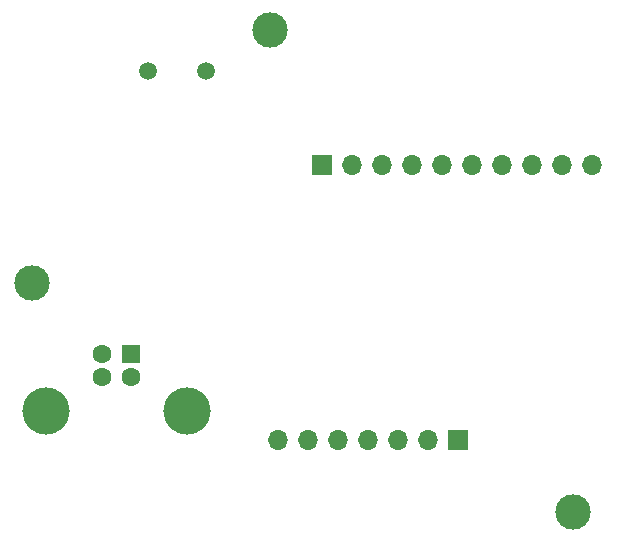
<source format=gbr>
%TF.GenerationSoftware,KiCad,Pcbnew,8.0.2*%
%TF.CreationDate,2025-05-16T12:47:09+07:00*%
%TF.ProjectId,hokushime-db9-to-rs232,686f6b75-7368-4696-9d65-2d6462392d74,rev?*%
%TF.SameCoordinates,Original*%
%TF.FileFunction,Soldermask,Bot*%
%TF.FilePolarity,Negative*%
%FSLAX46Y46*%
G04 Gerber Fmt 4.6, Leading zero omitted, Abs format (unit mm)*
G04 Created by KiCad (PCBNEW 8.0.2) date 2025-05-16 12:47:09*
%MOMM*%
%LPD*%
G01*
G04 APERTURE LIST*
%ADD10R,1.600000X1.600000*%
%ADD11C,1.600000*%
%ADD12C,4.000000*%
%ADD13C,1.500000*%
%ADD14C,3.000000*%
%ADD15R,1.700000X1.700000*%
%ADD16O,1.700000X1.700000*%
G04 APERTURE END LIST*
D10*
%TO.C,J2*%
X138525000Y-103525000D03*
D11*
X136025000Y-103525001D03*
X136025001Y-105525000D03*
X138525000Y-105525000D03*
D12*
X143274999Y-108384998D03*
X131275000Y-108385001D03*
%TD*%
D13*
%TO.C,Y1*%
X139975000Y-79625001D03*
X144855000Y-79625001D03*
%TD*%
D14*
%TO.C,H1*%
X150300000Y-76150000D03*
%TD*%
D15*
%TO.C,J3*%
X154700000Y-87500000D03*
D16*
X157240001Y-87500001D03*
X159780000Y-87500000D03*
X162320000Y-87500000D03*
X164859999Y-87500001D03*
X167399999Y-87500000D03*
X169940000Y-87500000D03*
X172480000Y-87500000D03*
X175020000Y-87500000D03*
X177559999Y-87500000D03*
%TD*%
D14*
%TO.C,H4*%
X175900000Y-116950000D03*
%TD*%
%TO.C,H2*%
X130150000Y-97500000D03*
%TD*%
D15*
%TO.C,J1*%
X166150001Y-110850001D03*
D16*
X163609997Y-110850000D03*
X161070001Y-110850001D03*
X158530001Y-110850001D03*
X155990002Y-110849998D03*
X153450002Y-110850001D03*
X150910001Y-110850001D03*
%TD*%
M02*

</source>
